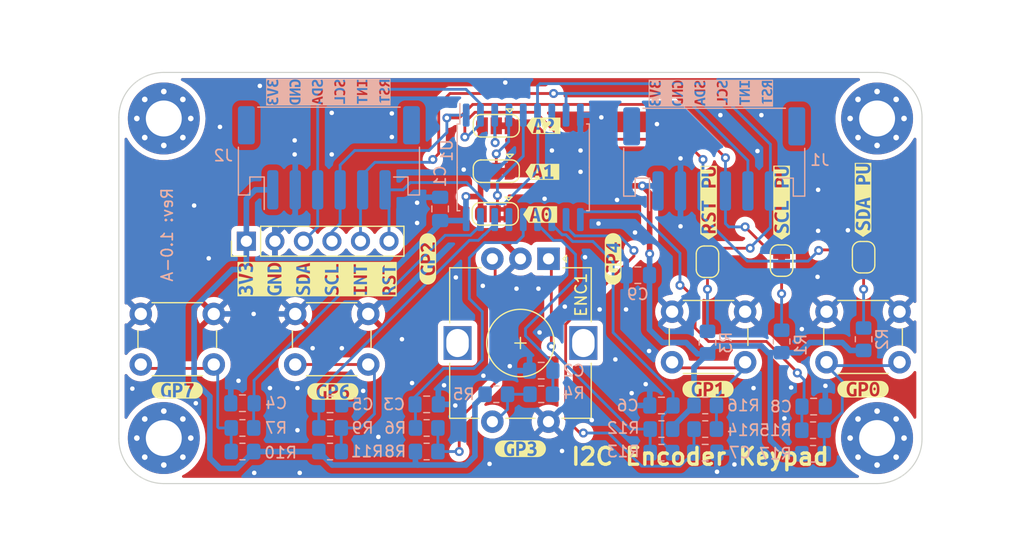
<source format=kicad_pcb>
(kicad_pcb (version 20211014) (generator pcbnew)
  (title_block (title "I2C Encoder Keypad") (date "2022-12-29") (rev "${SCHREV}-${PCBREV}"))
  (layers (0 "F.Cu" signal) (31 "B.Cu" signal) (34 "B.Paste" user) (35 "F.Paste" user) (36 "B.SilkS" user "B.Silkscreen") (37 "F.SilkS" user "F.Silkscreen") (38 "B.Mask" user) (39 "F.Mask" user) (44 "Edge.Cuts" user))
  (property "PCBREV" "A")
  (property "SCHREV" "1.0")
  (net 0 "")
  (net 1 "+3V3")
  (net 2 "GND")
  (net 3 "/encS")
  (net 4 "/encB")
  (net 5 "/sw0")
  (net 6 "/sw1")
  (net 7 "/encA")
  (net 8 "/sw2")
  (net 9 "/sw3")
  (net 10 "Net-(ENC1-PadA)")
  (net 11 "Net-(ENC1-PadB)")
  (net 12 "Net-(ENC1-PadS2)")
  (net 13 "Net-(JP1-Pad2)")
  (net 14 "Net-(JP2-Pad2)")
  (net 15 "Net-(JP3-Pad2)")
  (net 16 "Net-(JP4-Pad2)")
  (net 17 "Net-(JP5-Pad2)")
  (net 18 "Net-(JP6-Pad2)")
  (net 19 "Net-(J1-Pad3)")
  (net 20 "Net-(J1-Pad4)")
  (net 21 "Net-(J1-Pad5)")
  (net 22 "Net-(J1-Pad6)")
  (net 24 "/sw4")
  (net 25 "Net-(R10-Pad2)")
  (net 26 "Net-(R11-Pad2)")
  (net 27 "Net-(R14-Pad2)")
  (net 28 "Net-(R15-Pad2)")
  (footprint "Jumper:SolderJumper-2_P1.3mm_Bridged_RoundedPad1.0x1.5mm" (layer "F.Cu") (at 126.85 59.5 -90)
    (fp_text reference "JP2")
    (fp_text value "SCL PU")
  )
  (footprint "kibuzzard-63ABB036" (layer "F.Cu") (at 120.3 70.95)
    (fp_text reference "kibuzzard-63ABB036" hide)
    (fp_text value "G***" hide)
  )
  (footprint "kibuzzard-63ABB252" (layer "F.Cu") (at 134.1 54.1 90)
    (fp_text reference "kibuzzard-63ABB252" hide)
    (fp_text value "G***" hide)
  )
  (footprint "Rotary_Encoder:RotaryEncoder_Alps_EC12E-Switch_Vertical_H20mm" (layer "F.Cu") (at 106.1 59.34 -90)
    (fp_text reference "ENC1")
    (fp_text value "Bourns PEC11R")
  )
  (footprint "Connector_PinHeader_2.54mm:PinHeader_1x06_P2.54mm_Vertical" (layer "F.Cu") (at 79.2 57.775 90)
    (fp_text reference "J3")
    (fp_text value "PH 1x6-2.54mm")
  )
  (footprint "kibuzzard-63ABAB39" (layer "F.Cu") (at 105.65 47.5)
    (fp_text reference "kibuzzard-63ABAB39" hide)
    (fp_text value "G***" hide)
  )
  (footprint "kibuzzard-63ABB15D" (layer "F.Cu") (at 111.85 59.35 90)
    (fp_text reference "kibuzzard-63ABB15D" hide)
    (fp_text value "G***" hide)
  )
  (footprint "kibuzzard-63ABB1F4" (layer "F.Cu") (at 120.35 54.35 90)
    (fp_text reference "kibuzzard-63ABB1F4" hide)
    (fp_text value "G***" hide)
  )
  (footprint "Jumper:SolderJumper-3_P1.3mm_Bridged12_RoundedPad1.0x1.5mm" (layer "F.Cu") (at 101.45 51.5425 180)
    (fp_text reference "JP3")
    (fp_text value "A1")
  )
  (footprint "MountingHole:MountingHole_3.2mm_M3_Pad_Via" (layer "F.Cu") (at 71.85 46.85)
    (fp_text reference "H3" hide)
    (fp_text value "MountingHole")
  )
  (footprint "MountingHole:MountingHole_3.2mm_M3_Pad_Via" (layer "F.Cu") (at 135.35 46.85)
    (fp_text reference "H2" hide)
    (fp_text value "MountingHole")
  )
  (footprint "kibuzzard-63ABB22D" (layer "F.Cu") (at 126.85 54.35 90)
    (fp_text reference "kibuzzard-63ABB22D" hide)
    (fp_text value "G***" hide)
  )
  (footprint "kibuzzard-63ABB131" (layer "F.Cu") (at 95.35 59.35 90)
    (fp_text reference "kibuzzard-63ABB131" hide)
    (fp_text value "G***" hide)
  )
  (footprint "kibuzzard-63ABB13E" (layer "F.Cu") (at 103.6 76.25)
    (fp_text reference "kibuzzard-63ABB13E" hide)
    (fp_text value "G***" hide)
  )
  (footprint "kibuzzard-63ABAB66" (layer "F.Cu") (at 105.35 55.4)
    (fp_text reference "kibuzzard-63ABAB66" hide)
    (fp_text value "G***" hide)
  )
  (footprint "kibuzzard-63ABB06A" (layer "F.Cu") (at 134.1 70.95)
    (fp_text reference "kibuzzard-63ABB06A" hide)
    (fp_text value "G***" hide)
  )
  (footprint "Button_Switch_THT:SW_PUSH_6mm_H9.5mm" (layer "F.Cu") (at 90.05 68.75 180)
    (fp_text reference "SW1")
    (fp_text value "SW_SPST")
  )
  (footprint "kibuzzard-63ABAFD8" (layer "F.Cu") (at 73.05 71.05)
    (fp_text reference "kibuzzard-63ABAFD8" hide)
    (fp_text value "G***" hide)
  )
  (footprint "kibuzzard-63ABAB54" (layer "F.Cu") (at 105.55 51.6)
    (fp_text reference "kibuzzard-63ABAB54" hide)
    (fp_text value "G***" hide)
  )
  (footprint "MountingHole:MountingHole_3.2mm_M3_Pad_Via" (layer "F.Cu") (at 71.85 75.3)
    (fp_text reference "H1" hide)
    (fp_text value "MountingHole")
  )
  (footprint "Button_Switch_THT:SW_PUSH_6mm_H9.5mm" (layer "F.Cu") (at 76.3 68.75 180)
    (fp_text reference "SW0")
    (fp_text value "SW_SPST")
  )
  (footprint "MountingHole:MountingHole_3.2mm_M3_Pad_Via" (layer "F.Cu") (at 135.35 75.3)
    (fp_text reference "H4" hide)
    (fp_text value "MountingHole")
  )
  (footprint "kibuzzard-63ABB001" (layer "F.Cu") (at 86.9 71.15)
    (fp_text reference "kibuzzard-63ABB001" hide)
    (fp_text value "G***" hide)
  )
  (footprint "Button_Switch_THT:SW_PUSH_6mm_H9.5mm" (layer "F.Cu") (at 137.35 68.55 180)
    (fp_text reference "SW3")
    (fp_text value "SW_SPST")
  )
  (footprint "kibuzzard-63ADADA8" (layer "F.Cu") (at 85.5 61.15 90)
    (fp_text reference "kibuzzard-63ADADA8" hide)
    (fp_text value "G***" hide)
  )
  (footprint "Jumper:SolderJumper-2_P1.3mm_Bridged_RoundedPad1.0x1.5mm" (layer "F.Cu") (at 120.25 59.6 -90)
    (fp_text reference "JP6")
    (fp_text value "RST PU")
  )
  (footprint "Button_Switch_THT:SW_PUSH_6mm_H9.5mm" (layer "F.Cu") (at 123.6 68.55 180)
    (fp_text reference "SW2")
    (fp_text value "SW_SPST")
  )
  (footprint "Jumper:SolderJumper-3_P1.3mm_Bridged2Bar12_RoundedPad1.0x1.5mm" (layer "F.Cu") (at 101.35 55.3425 180)
    (fp_text reference "JP5")
    (fp_text value "A0")
  )
  (footprint "Jumper:SolderJumper-3_P1.3mm_Bridged12_RoundedPad1.0x1.5mm" (layer "F.Cu") (at 101.45 47.5 180)
    (fp_text reference "JP1")
    (fp_text value "A2")
  )
  (footprint "Jumper:SolderJumper-2_P1.3mm_Bridged_RoundedPad1.0x1.5mm" (layer "F.Cu") (at 134.15 59.2 -90)
    (fp_text reference "JP4")
    (fp_text value "SDA PU")
  )
  (footprint "Resistor_SMD:R_0805_2012Metric_Pad1.20x1.40mm_HandSolder" (layer "B.Cu") (at 120.05 74.5)
    (fp_text reference "R14")
    (fp_text value "10k")
  )
  (footprint "Capacitor_SMD:C_0805_2012Metric_Pad1.18x1.45mm_HandSolder" (layer "B.Cu") (at 129.7 72.5)
    (fp_text reference "C8")
    (fp_text value "10n")
  )
  (footprint "Resistor_SMD:R_0805_2012Metric_Pad1.20x1.40mm_HandSolder" (layer "B.Cu") (at 105.45 71.4 180)
    (fp_text reference "R4")
    (fp_text value "10k")
  )
  (footprint "Capacitor_SMD:C_0805_2012Metric_Pad1.18x1.45mm_HandSolder" (layer "B.Cu") (at 95.25 72.3)
    (fp_text reference "C3")
    (fp_text value "10n")
  )
  (footprint "Resistor_SMD:R_0805_2012Metric_Pad1.20x1.40mm_HandSolder" (layer "B.Cu") (at 78.85 74.4 180)
    (fp_text reference "R7")
    (fp_text value "10k")
  )
  (footprint "Capacitor_SMD:C_0805_2012Metric_Pad1.18x1.45mm_HandSolder" (layer "B.Cu") (at 120.05 76.6)
    (fp_text reference "C7")
    (fp_text value "10n")
  )
  (footprint "Capacitor_SMD:C_0805_2012Metric_Pad1.18x1.45mm_HandSolder" (layer "B.Cu") (at 105.45 69.3 180)
    (fp_text reference "C2")
    (fp_text value "10n")
  )
  (footprint "Resistor_SMD:R_0805_2012Metric_Pad1.20x1.40mm_HandSolder" (layer "B.Cu") (at 120.25 66.8 90)
    (fp_text reference "R3")
    (fp_text value "10k")
  )
  (footprint "Resistor_SMD:R_0805_2012Metric_Pad1.20x1.40mm_HandSolder" (layer "B.Cu") (at 95.25 76.5)
    (fp_text reference "R8")
    (fp_text value "10k")
  )
  (footprint "Resistor_SMD:R_0805_2012Metric_Pad1.20x1.40mm_HandSolder" (layer "B.Cu") (at 78.85 76.5 180)
    (fp_text reference "R10")
    (fp_text value "10k")
  )
  (footprint "kibuzzard-63ADBF96" (layer "B.Cu") (at 120.55 44.6 -90)
    (fp_text reference "kibuzzard-63ADBF96" hide)
    (fp_text value "G***" hide)
  )
  (footprint "Capacitor_SMD:C_0805_2012Metric_Pad1.18x1.45mm_HandSolder" (layer "B.Cu") (at 96.45 54.9 90)
    (fp_text reference "C1")
    (fp_text value "100n")
  )
  (footprint "Package_SO:SOIC-18W_7.5x11.6mm_P1.27mm" (layer "B.Cu") (at 103.85 51.2 -90)
    (fp_text reference "U1")
    (fp_text value "MCP23008-xSO")
  )
  (footprint "Resistor_SMD:R_0805_2012Metric_Pad1.20x1.40mm_HandSolder" (layer "B.Cu") (at 129.65 76.7)
    (fp_text reference "R17")
    (fp_text value "10k")
  )
  (footprint "Resistor_SMD:R_0805_2012Metric_Pad1.20x1.40mm_HandSolder" (layer "B.Cu") (at 95.25 74.4)
    (fp_text reference "R6")
    (fp_text value "10k")
  )
  (footprint "Connector_JST:JST_PH_S6B-PH-SM4-TB_1x06-1MP_P2.00mm_Horizontal" (layer "B.Cu") (at 120.85 50.45)
    (fp_text reference "J1")
    (fp_text value "JST-S6B-PH-SM4")
  )
  (footprint "Resistor_SMD:R_0805_2012Metric_Pad1.20x1.40mm_HandSolder" (layer "B.Cu") (at 120.05 72.4)
    (fp_text reference "R16")
    (fp_text value "10k")
  )
  (footprint "Resistor_SMD:R_0805_2012Metric_Pad1.20x1.40mm_HandSolder" (layer "B.Cu") (at 116.15 74.5 180)
    (fp_text reference "R12")
    (fp_text value "10k")
  )
  (footprint "Capacitor_SMD:C_0805_2012Metric_Pad1.18x1.45mm_HandSolder" (layer "B.Cu") (at 114.05 60.8 180)
    (fp_text reference "C9")
    (fp_text value "1u")
  )
  (footprint "Resistor_SMD:R_0805_2012Metric_Pad1.20x1.40mm_HandSolder" (layer "B.Cu") (at 101.45 71.4)
    (fp_text reference "R5")
    (fp_text value "10k")
  )
  (footprint "Resistor_SMD:R_0805_2012Metric_Pad1.20x1.40mm_HandSolder" (layer "B.Cu") (at 129.65 74.6)
    (fp_text reference "R15")
    (fp_text value "10k")
  )
  (footprint "kibuzzard-63ADBF96" (layer "B.Cu") (at 86.5 44.5 -90)
    (fp_text reference "kibuzzard-63ADBF96" hide)
    (fp_text value "G***" hide)
  )
  (footprint "Resistor_SMD:R_0805_2012Metric_Pad1.20x1.40mm_HandSolder" (layer "B.Cu") (at 86.65 76.5)
    (fp_text reference "R11")
    (fp_text value "10k")
  )
  (footprint "Resistor_SMD:R_0805_2012Metric_Pad1.20x1.40mm_HandSolder" (layer "B.Cu") (at 134.15 66.5 90)
    (fp_text reference "R2")
    (fp_text value "10k")
  )
  (footprint "Resistor_SMD:R_0805_2012Metric_Pad1.20x1.40mm_HandSolder" (layer "B.Cu") (at 126.85 66.7 90)
    (fp_text reference "R1")
    (fp_text value "10k")
  )
  (footprint "Capacitor_SMD:C_0805_2012Metric_Pad1.18x1.45mm_HandSolder" (layer "B.Cu") (at 78.85 72.2 180)
    (fp_text reference "C4")
    (fp_text value "10n")
  )
  (footprint "Capacitor_SMD:C_0805_2012Metric_Pad1.18x1.45mm_HandSolder" (layer "B.Cu") (at 86.65 72.3)
    (fp_text reference "C5")
    (fp_text value "10n")
  )
  (footprint "Connector_JST:JST_PH_S6B-PH-SM4-TB_1x06-1MP_P2.00mm_Horizontal" (layer "B.Cu") (at 86.55 50.35)
    (fp_text reference "J2")
    (fp_text value "JST-S6B-PH-SM4")
  )
  (footprint "Resistor_SMD:R_0805_2012Metric_Pad1.20x1.40mm_HandSolder" (layer "B.Cu") (at 116.15 76.6 180)
    (fp_text reference "R13")
    (fp_text value "10k")
  )
  (footprint "Capacitor_SMD:C_0805_2012Metric_Pad1.18x1.45mm_HandSolder" (layer "B.Cu") (at 116.15 72.4 180)
    (fp_text reference "C6")
    (fp_text value "10n")
  )
  (footprint "Resistor_SMD:R_0805_2012Metric_Pad1.20x1.40mm_HandSolder" (layer "B.Cu") (at 86.65 74.4)
    (fp_text reference "R9")
    (fp_text value "10k")
  )
  (gr_arc (start 67.85 46.75) (mid 69.021573 43.921573) (end 71.85 42.75) (layer "Edge.Cuts") (width 0.1))
  (gr_line (start 135.35 42.75) (end 71.85 42.75) (layer "Edge.Cuts") (width 0.1))
  (gr_arc (start 71.85 79.35) (mid 69.021573 78.178427) (end 67.85 75.35) (layer "Edge.Cuts") (width 0.1))
  (gr_line (start 67.85 46.75) (end 67.85 75.35) (layer "Edge.Cuts") (width 0.1))
  (gr_arc (start 135.35 42.75) (mid 138.178427 43.921573) (end 139.35 46.75) (layer "Edge.Cuts") (width 0.1))
  (gr_line (start 139.35 46.75) (end 139.35 75.35) (layer "Edge.Cuts") (width 0.1))
  (gr_arc (start 139.35 75.35) (mid 138.178427 78.178427) (end 135.35 79.35) (layer "Edge.Cuts") (width 0.1))
  (gr_line (start 71.85 79.35) (end 135.35 79.35) (layer "Edge.Cuts") (width 0.1))
  (gr_text "Rev: ${SCHREV}-${PCBREV}" (at 72.15 57.2 90) (layer "B.SilkS") (effects (font (size 1 1)) (justify mirror)))
  (gr_text "I2C Encoder Keypad" (at 119.6 76.95) (layer "F.SilkS") (effects (font (size 1.5 1.5) (thickness 0.3))))
  (segment (start 114.45 52.85) (end 100.5 52.85) (width 0.5) (layer "F.Cu") (net 1))
  (segment (start 100.05 52.4) (end 100.05 53.8) (width 0.5) (layer "F.Cu") (net 1))
  (segment (start 100.05 53.8) (end 100.05 55.1425) (width 0.5) (layer "F.Cu") (net 1))
  (segment (start 100.05 55.1425) (end 100.25 55.3425) (width 0.5) (layer "F.Cu") (net 1))
  (segment (start 114.45 52.85) (end 115.1 53.5) (width 0.5) (layer "F.Cu") (net 1))
  (segment (start 115.1 53.5) (end 115.1 58.9) (width 0.5) (layer "F.Cu") (net 1))
  (segment (start 100.05 53.8) (end 98.75 53.8) (width 0.5) (layer "F.Cu") (net 1))
  (segment (start 100.5 52.85) (end 100.05 52.4) (width 0.5) (layer "F.Cu") (net 1))
  (segment (start 100.05 47.5) (end 100.05 52.4) (width 0.5) (layer "F.Cu") (net 1))
  (via (at 98.75 53.8) (size 0.8) (drill 0.4) (layers "F.Cu" "B.Cu") (net 1))
  (via (at 114.45 52.85) (size 0.8) (drill 0.4) (layers "F.Cu" "B.Cu") (net 1))
  (via (at 115.1 58.9) (size 0.8) (drill 0.4) (layers "F.Cu" "B.Cu") (net 1))
  (segment (start 86.85 77.7) (end 94.45 77.7) (width 0.5) (layer "B.Cu") (net 1))
  (segment (start 76.85 78) (end 75.95 77.1) (width 0.5) (layer "B.Cu") (net 1))
  (segment (start 75.95 71.6) (end 74.55 70.2) (width 0.5) (layer "B.Cu") (net 1))
  (segment (start 94.45 77.7) (end 98.75 77.7) (width 0.5) (layer "B.Cu") (net 1))
  (segment (start 99.55 72.3) (end 100.45 71.4) (width 0.5) (layer "B.Cu") (net 1))
  (segment (start 79.2 60.1) (end 79.2 57.775) (width 0.5) (layer "B.Cu") (net 1))
  (segment (start 78.35 78) (end 76.85 78) (width 0.5) (layer "B.Cu") (net 1))
  (segment (start 80 53.2) (end 81.165 53.2) (width 0.5) (layer "B.Cu") (net 1))
  (segment (start 98.75 77.7) (end 99.55 76.9) (width 0.5) (layer "B.Cu") (net 1))
  (segment (start 74.55 70.2) (end 74.55 63.7) (width 0.5) (layer "B.Cu") (net 1))
  (segment (start 77.95 60.3) (end 79 60.3) (width 0.5) (layer "B.Cu") (net 1))
  (segment (start 114.45 52.85) (end 115.4 52.85) (width 0.5) (layer "B.Cu") (net 1))
  (segment (start 93.5 59.15) (end 96.45 56.2) (width 0.5) (layer "B.Cu") (net 1))
  (segment (start 128.65 76.7) (end 127.05 76.7) (width 0.5) (layer "B.Cu") (net 1))
  (segment (start 98.75 53.8) (end 98.75 55.83) (width 0.5) (layer "B.Cu") (net 1))
  (segment (start 120.25 67.8) (end 119.35 67.8) (width 0.5) (layer "B.Cu") (net 1))
  (segment (start 115.0875 65.6375) (end 115.0875 60.8) (width 0.5) (layer "B.Cu") (net 1))
  (segment (start 126.85 67.7) (end 125.65 67.7) (width 0.5) (layer "B.Cu") (net 1))
  (segment (start 115.1 60.7875) (end 115.0875 60.8) (width 0.5) (layer "B.Cu") (net 1))
  (segment (start 128.45 67.7) (end 126.85 67.7) (width 0.5) (layer "B.Cu") (net 1))
  (segment (start 117.15 74.3) (end 119.05 72.4) (width 0.5) (layer "B.Cu") (net 1))
  (segment (start 115.4 52.85) (end 115.85 53.3) (width 0.5) (layer "B.Cu") (net 1))
  (segment (start 96.45 55.9375) (end 98.6825 55.9375) (width 0.5) (layer "B.Cu") (net 1))
  (segment (start 79 60.3) (end 79.2 60.1) (width 0.5) (layer "B.Cu") (net 1))
  (segment (start 98.6825 55.9375) (end 98.77 55.85) (width 0.5) (layer "B.Cu") (net 1))
  (segment (start 125.65 67.7) (end 125.05 67.1) (width 0.5) (layer "B.Cu") (net 1))
  (segment (start 118.35 66.8) (end 116.25 66.8) (width 0.5) (layer "B.Cu") (net 1))
  (segment (start 132.25 66.8) (end 129.35 66.8) (width 0.5) (layer "B.Cu") (net 1))
  (segment (start 134.15 67.5) (end 132.95 67.5) (width 0.5) (layer "B.Cu") (net 1))
  (segment (start 125.05 67.1) (end 120.95 67.1) (width 0.5) (layer "B.Cu") (net 1))
  (segment (start 119.35 67.8) (end 118.35 66.8) (width 0.5) (layer "B.Cu") (net 1))
  (segment (start 79.2 57.775) (end 79.2 54) (width 0.5) (layer "B.Cu") (net 1))
  (segment (start 75.95 77.1) (end 75.95 71.6) (width 0.5) (layer "B.Cu") (net 1))
  (segment (start 85.65 76.5) (end 79.85 76.5) (width 0.5) (layer "B.Cu") (net 1))
  (segment (start 125.85 75.5) (end 125.85 67.7) (width 0.5) (layer "B.Cu") (net 1))
  (segment (start 85.65 76.5) (end 86.85 77.7) (width 0.5) (layer "B.Cu") (net 1))
  (segment (start 92.35 60.3) (end 93.5 59.15) (width 0.5) (layer "B.Cu") (net 1))
  (segment (start 79.2 54) (end 80 53.2) (width 0.5) (layer "B.Cu") (net 1))
  (segment (start 79 60.3) (end 92.35 60.3) (width 0.5) (layer "B.Cu") (net 1))
  (segment (start 119.05 72.4) (end 119.05 69) (width 0.5) (layer "B.Cu") (net 1))
  (segment (start 120.95 67.1) (end 120.25 67.8) (width 0.5) (layer "B.Cu") (net 1))
  (segment (start 94.25 76.5) (end 94.25 77.5) (width 0.5) (layer "B.Cu") (net 1))
  (segment (start 116.25 66.8) (end 115.0875 65.6375) (width 0.5) (layer "B.Cu") (net 1))
  (segment (start 74.55 63.7) (end 77.95 60.3) (width 0.5) (layer "B.Cu") (net 1))
  (segment (start 99.55 76.9) (end 99.55 72.3) (width 0.5) (layer "B.Cu") (net 1))
  (segment (start 132.55 67.1) (end 132.25 66.8) (width 0.5) (layer "B.Cu") (net 1))
  (segment (start 119.05 69) (end 120.25 67.8) (width 0.5) (layer "B.Cu") (net 1))
  (segment (start 115.1 58.9) (end 115.1 60.7875) (width 0.5) (layer "B.Cu") (net 1))
  (segment (start 98.75 55.83) (end 98.77 55.85) (width 0.5) (layer "B.Cu") (net 1))
  (segment (start 129.35 66.8) (end 128.45 67.7) (width 0.5) (layer "B.Cu") (net 1))
  (segment (start 117.15 74.5) (end 117.15 74.3) (width 0.5) (layer "B.Cu") (net 1))
  (segment (start 79.85 76.5) (end 78.35 78) (width 0.5) (layer "B.Cu") (net 1))
  (segment (start 127.05 76.7) (end 125.85 75.5) (width 0.5) (layer "B.Cu") (net 1))
  (segment (start 96.45 56.2) (end 96.45 55.9375) (width 0.5) (layer "B.Cu") (net 1))
  (segment (start 132.95 67.5) (end 132.55 67.1) (width 0.5) (layer "B.Cu") (net 1))
  (segment (start 125.85 67.7) (end 126.85 67.7) (width 0.5) (layer "B.Cu") (net 1))
  (segment (start 94.25 77.5) (end 94.45 77.7) (width 0.5) (layer "B.Cu") (net 1))
  (via (at 92.15 48.5) (size 0.8) (drill 0.4) (layers "F.Cu" "B.Cu") (net 2))
  (via (at 76.85 47.6) (size 0.8) (drill 0.4) (layers "F.Cu" "B.Cu") (net 2))
  (via (at 93.95 70.4) (size 0.8) (drill 0.4) (layers "F.Cu" "B.Cu") (net 2))
  (via (at 117.85 50.4) (size 0.8) (drill 0.4) (layers "F.Cu" "B.Cu") (net 2))
  (via (at 121.4 46.55) (size 0.8) (drill 0.4) (layers "F.Cu" "B.Cu") (net 2))
  (via (at 124.7 49.75) (size 0.8) (drill 0.4) (layers "F.Cu" "B.Cu") (net 2))
  (via (at 102.25 43.65) (size 0.8) (drill 0.4) (layers "F.Cu" "B.Cu") (net 2))
  (via (at 79.85 64.25) (size 0.8) (drill 0.4) (layers "F.Cu" "B.Cu") (net 2))
  (via (at 74.55 54.6) (size 0.8) (drill 0.4) (layers "F.Cu" "B.Cu") (net 2))
  (via (at 122.65 77.65) (size 0.8) (drill 0.4) (layers "F.Cu" "B.Cu") (net 2))
  (via (at 130.75 70.65) (size 0.8) (drill 0.4) (layers "F.Cu" "B.Cu") (net 2))
  (via (at 117.85 56.45) (size 0.8) (drill 0.4) (layers "F.Cu" "B.Cu") (net 2))
  (via (at 90.95 75.2) (size 0.8) (drill 0.4) (layers "F.Cu" "B.Cu") (net 2))
  (via (at 100.3 69.75) (size 0.8) (drill 0.4) (layers "F.Cu" "B.Cu") (net 2))
  (via (at 106.4 49.7) (size 0.8) (drill 0.4) (layers "F.Cu" "B.Cu") (net 2))
  (via (at 83.75 74.6) (size 0.8) (drill 0.4) (layers "F.Cu" "B.Cu") (net 2))
  (via (at 78.5 70.2) (size 0.8) (drill 0.4) (layers "F.Cu" "B.Cu") (net 2))
  (via (at 94.4 54.35) (size 0.8) (drill 0.4) (layers "F.Cu" "B.Cu") (net 2))
  (via (at 98.55 51.4) (size 0.8) (drill 0.4) (layers "F.Cu" "B.Cu") (net 2))
  (via (at 102.65 68.9) (size 0.8) (drill 0.4) (layers "F.Cu" "B.Cu") (net 2))
  (via (at 79.9 78.4) (size 0.8) (drill 0.4) (layers "F.Cu" "B.Cu") (net 2))
  (via (at 125.05 46.55) (size 0.8) (drill 0.4) (layers "F.Cu" "B.Cu") (net 2))
  (via (at 108.95 49.7) (size 0.8) (drill 0.4) (layers "F.Cu" "B.Cu") (net 2))
  (via (at 128.65 65.6) (size 0.8) (drill 0.4) (layers "F.Cu" "B.Cu") (net 2))
  (via (at 110.65 63.85) (size 0.8) (drill 0.4) (layers "F.Cu" "B.Cu") (net 2))
  (via (at 112.05 68.3) (size 0.8) (drill 0.4) (layers "F.Cu" "B.Cu") (net 2))
  (via (at 103.25 62) (size 0.8) (drill 0.4) (layers "F.Cu" "B.Cu") (net 2))
  (via (at 110.8 46.75) (size 0.8) (drill 0.4) (layers "F.Cu" "B.Cu") (net 2))
  (via (at 113 63.85) (size 0.8) (drill 0.4) (layers "F.Cu" "B.Cu") (net 2))
  (via (at 83.5 48.8) (size 0.8) (drill 0.4) (layers "F.Cu" "B.Cu") (net 2))
  (via (at 87.7 67.3) (size 0.8) (drill 0.4) (layers "F.Cu" "B.Cu") (net 2))
  (via (at 130.1 53.2) (size 0.8) (drill 0.4) (layers "F.Cu" "B.Cu") (net 2))
  (via (at 121.1 78.3) (size 0.8) (drill 0.4) (layers "F.Cu" "B.Cu") (net 2))
  (via (at 83.75 70.85) (size 0.8) (drill 0.4) (layers "F.Cu" "B.Cu") (net 2))
  (via (at 105.3 65.9) (size 0.8) (drill 0.4) (layers "F.Cu" "B.Cu") (net 2))
  (via (at 105.2 62) (size 0.8) (drill 0.4) (layers "F.Cu" "B.Cu") (net 2))
  (via (at 92.15 46.4) (size 0.8) (drill 0.4) (layers "F.Cu" "B.Cu") (net 2))
  (via (at 127.7 70.8) (size 0.8) (drill 0.4) (layers "F.Cu" "B.Cu") (net 2))
  (via (at 86.8 46.35) (size 0.8) (drill 0.4) (layers "F.Cu" "B.Cu") (net 2))
  (via (at 80.4 43.95) (size 0.8) (drill 0.4) (layers "F.Cu" "B.Cu") (net 2))
  (via (at 112.2 54.1) (size 0.8) (drill 0.4) (layers "F.Cu" "B.Cu") (net 2))
  (via (at 83.5 50.05) (size 0.8) (drill 0.4) (layers "F.Cu" "B.Cu") (net 2))
  (via (at 115.05 67.55) (size 0.8) (drill 0.4) (layers "F.Cu" "B.Cu") (net 2))
  (via (at 75.85 59.3) (size 0.8) (drill 0.4) (layers "F.Cu" "B.Cu") (net 2))
  (via (at 97.8 72.4) (size 0.8) (drill 0.4) (layers "F.Cu" "B.Cu") (net 2))
  (via (at 85.1 67.3) (size 0.8) (drill 0.4) (layers "F.Cu" "B.Cu") (net 2))
  (via (at 130.05 60.95) (size 0.8) (drill 0.4) (layers "F.Cu" "B.Cu") (net 2))
  (via (at 110.55 56.2) (size 0.8) (drill 0.4) (layers "F.Cu" "B.Cu") (net 2))
  (via (at 109.35 59.2) (size 0.8) (drill 0.4) (layers "F.Cu" "B.Cu") (net 2))
  (via (at 113.5 71.3) (size 0.8) (drill 0.4) (layers "F.Cu" "B.Cu") (net 2))
  (via (at 93.05 66.5) (size 0.8) (drill 0.4) (layers "F.Cu" "B.Cu") (net 2))
  (via (at 96.8 70.6) (size 0.8) (drill 0.4) (layers "F.Cu" "B.Cu") (net 2))
  (via (at 108.95 51.6) (size 0.8) (drill 0.4) (layers "F.Cu" "B.Cu") (net 2))
  (via (at 107.55 63.6) (size 0.8) (drill 0.4) (layers "F.Cu" "B.Cu") (net 2))
  (via (at 130.1 56.85) (size 0.8) (drill 0.4) (layers "F.Cu" "B.Cu") (net 2))
  (via (at 107.3 76.45) (size 0.8) (drill 0.4) (layers "F.Cu" "B.Cu") (net 2))
  (via (at 109.95 73.7) (size 0.8) (drill 0.4) (layers "F.Cu" "B.Cu") (net 2))
  (via (at 83.95 78.4) (size 0.8) (drill 0.4) (layers "F.Cu" "B.Cu") (net 2))
  (via (at 100.85 77.6) (size 0.8) (drill 0.4) (layers "F.Cu" "B.Cu") (net 2))
  (via (at 132.75 56.8) (size 0.8) (drill 0.4) (layers "F.Cu" "B.Cu") (net 2))
  (via (at 100.25 61.75) (size 0.8) (drill 0.4) (layers "F.Cu" "B.Cu") (net 2))
  (via (at 124.35 70.85) (size 0.8) (drill 0.4) (layers "F.Cu" "B.Cu") (net 2))
  (via (at 127.1 73.55) (size 0.8) (drill 0.4) (layers "F.Cu" "B.Cu") (net 2))
  (via (at 69.05 70.9) (size 0.8) (drill 0.4) (layers "F.Cu" "B.Cu") (net 2))
  (via (at 86.8 50.05) (size 0.8) (drill 0.4) (layers "F.Cu" "B.Cu") (net 2))
  (via (at 81.3 70.85) (size 0.8) (drill 0.4) (layers "F.Cu" "B.Cu") (net 2))
  (via (at 115.75 47.35) (size 0.8) (drill 0.4) (layers "F.Cu" "B.Cu") (net 2))
  (via (at 94.4 56.15) (size 0.8) (drill 0.4) (layers "F.Cu" "B.Cu") (net 2))
  (via (at 113.8 57) (size 0.8) (drill 0.4) (layers "F.Cu" "B.Cu") (net 2))
  (via (at 114.75 70.5) (size 0.8) (drill 0.4) (layers "F.Cu" "B.Cu") (net 2))
  (via (at 97.85 61) (size 0.8) (drill 0.4) (layers "F.Cu" "B.Cu") (net 2))
  (via (at 89.6 71.1) (size 0.8) (drill 0.4) (layers "F.Cu" "B.Cu") (net 2))
  (via (at 74.7 72.2) (size 0.8) (drill 0.4) (layers "F.Cu" "B.Cu") (net 2))
  (via (at 105.75 54) (size 0.8) (drill 0.4) (layers "F.Cu" "B.Cu") (net 2))
  (segment (start 81.74 57.21) (end 81.74 57.775) (width 0.5) (layer "B.Cu") (net 2))
  (segment (start 83.55 55.4) (end 81.74 57.21) (width 0.5) (layer "B.Cu") (net 2))
  (segment (start 83.55 53.2) (end 83.55 55.4) (width 0.5) (layer "B.Cu") (net 2))
  (segment (start 76.3 64.25) (end 83.55 64.25) (width 0.5) (layer "B.Cu") (net 2))
  (segment (start 106.4875 68.6375) (end 106.4875 69.3) (width 0.25) (layer "B.Cu") (net 3))
  (segment (start 104.05 65.55) (end 104.05 66.2) (width 0.25) (layer "B.Cu") (net 3))
  (segment (start 105.12 56.276751) (end 106.543249 57.7) (width 0.25) (layer "B.Cu") (net 3))
  (segment (start 106.4875 69.3) (end 106.4875 71.3625) (width 0.25) (layer "B.Cu") (net 3))
  (segment (start 106.4875 71.3625) (end 106.45 71.4) (width 0.25) (layer "B.Cu") (net 3))
  (segment (start 108.5 58.95) (end 108.5 61.1) (width 0.25) (layer "B.Cu") (net 3))
  (segment (start 104.05 66.2) (end 106.4875 68.6375) (width 0.25) (layer "B.Cu") (net 3))
  (segment (start 106.543249 57.7) (end 107.25 57.7) (width 0.25) (layer "B.Cu") (net 3))
  (segment (start 107.25 57.7) (end 108.5 58.95) (width 0.25) (layer "B.Cu") (net 3))
  (segment (start 105.12 55.85) (end 105.12 56.276751) (width 0.25) (layer "B.Cu") (net 3))
  (segment (start 108.5 61.1) (end 104.05 65.55) (width 0.25) (layer "B.Cu") (net 3))
  (segment (start 99.45 69.1) (end 100.2 68.35) (width 0.25) (layer "B.Cu") (net 4))
  (segment (start 94.25 74.4) (end 94.25 72.3375) (width 0.25) (layer "B.Cu") (net 4))
  (segment (start 100.2 64.05) (end 99.05 62.9) (width 0.25) (layer "B.Cu") (net 4))
  (segment (start 100.4 57.9) (end 101.1 57.9) (width 0.25) (layer "B.Cu") (net 4))
  (segment (start 99.05 62.9) (end 99.05 59.25) (width 0.25) (layer "B.Cu") (net 4))
  (segment (start 96.75 69.1) (end 99.45 69.1) (width 0.25) (layer "B.Cu") (net 4))
  (segment (start 94.2125 71.6375) (end 96.75 69.1) (width 0.25) (layer "B.Cu") (net 4))
  (segment (start 99.05 59.25) (end 100.4 57.9) (width 0.25) (layer "B.Cu") (net 4))
  (segment (start 103.85 57.3) (end 103.25 57.9) (width 0.25) (layer "B.Cu") (net 4))
  (segment (start 100.2 68.35) (end 100.2 64.05) (width 0.25) (layer "B.Cu") (net 4))
  (segment (start 94.25 72.3375) (end 94.2125 72.3) (width 0.25) (layer "B.Cu") (net 4))
  (segment (start 103.85 55.85) (end 103.85 57.3) (width 0.25) (layer "B.Cu") (net 4))
  (segment (start 94.2125 72.3) (end 94.2125 71.6375) (width 0.25) (layer "B.Cu") (net 4))
  (segment (start 103.25 57.9) (end 100.916167 57.9) (width 0.25) (layer "B.Cu") (net 4))
  (segment (start 79.85 72.2375) (end 79.8875 72.2) (width 0.25) (layer "B.Cu") (net 5))
  (segment (start 99.15 57.25) (end 96.9 57.25) (width 0.25) (layer "B.Cu") (net 5))
  (segment (start 79.8875 70.1625) (end 79.8875 72.2) (width 0.25) (layer "B.Cu") (net 5))
  (segment (start 87.65 62.4) (end 79.8875 70.1625) (width 0.25) (layer "B.Cu") (net 5))
  (segment (start 100.04 55.85) (end 100.04 56.36) (width 0.25) (layer "B.Cu") (net 5))
  (segment (start 91.75 62.4) (end 87.65 62.4) (width 0.25) (layer "B.Cu") (net 5))
  (segment (start 100.04 56.36) (end 99.15 57.25) (width 0.25) (layer "B.Cu") (net 5))
  (segment (start 96.9 57.25) (end 91.75 62.4) (width 0.25) (layer "B.Cu") (net 5))
  (segment (start 79.85 74.4) (end 79.85 72.2375) (width 0.25) (layer "B.Cu") (net 5))
  (segment (start 99.85 57.7) (end 100.35 57.2) (width 0.25) (layer "B.Cu") (net 6))
  (segment (start 99.05 57.7) (end 99.85 57.7) (width 0.25) (layer "B.Cu") (net 6))
  (segment (start 100.35 57.2) (end 100.386751 57.2) (width 0.25) (layer "B.Cu") (net 6))
  (segment (start 85.6125 72.3) (end 85.6125 71.1375) (width 0.25) (layer "B.Cu") (net 6))
  (segment (start 101.31 56.276751) (end 101.31 55.85) (width 0.25) (layer "B.Cu") (net 6))
  (segment (start 85.6125 71.1375) (end 99.05 57.7) (width 0.25) (layer "B.Cu") (net 6))
  (segment (start 85.65 74.4) (end 85.65 72.3375) (width 0.25) (layer "B.Cu") (net 6))
  (segment (start 100.386751 57.2) (end 101.31 56.276751) (width 0.25) (layer "B.Cu") (net 6))
  (segment (start 85.65 72.3375) (end 85.6125 72.3) (width 0.25) (layer "B.Cu") (net 6))
  (segment (start 108.25 57.8) (end 107.65 57.2) (width 0.25) (layer "B.Cu") (net 7))
  (segment (start 116.225 73.3625) (end 116.225 75.675) (width 0.25) (layer "B.Cu") (net 7))
  (segment (start 107.313249 57.2) (end 106.39 56.276751) (width 0.25) (layer "B.Cu") (net 7))
  (segment (start 110.05 57.8) (end 108.25 57.8) (width 0.25) (layer "B.Cu") (net 7))
  (segment (start 107.65 57.2) (end 107.313249 57.2) (width 0.25) (layer "B.Cu") (net 7))
  (segment (start 117.1875 71.2375) (end 111.85 65.9) (width 0.25) (layer "B.Cu") (net 7))
  (segment (start 111.85 65.9) (end 111.85 59.6) (width 0.25) (layer "B.Cu") (net 7))
  (segment (start 117.1875 72.4) (end 117.1875 71.2375) (width 0.25) (layer "B.Cu") (net 7))
  (segment (start 111.85 59.6) (end 110.05 57.8) (width 0.25) (layer "B.Cu") (net 7))
  (segment (start 117.1875 72.4) (end 116.225 73.3625) (width 0.25) (layer "B.Cu") (net 7))
  (segment (start 106.39 56.276751) (end 106.39 55.85) (width 0.25) (layer "B.Cu") (net 7))
  (segment (start 116.225 75.675) (end 117.15 76.6) (width 0.25) (layer "B.Cu") (net 7))
  (segment (start 113.7 59.1) (end 113.7 58.6) (width 0.25) (layer "F.Cu") (net 8))
  (segment (start 107.625 73.575) (end 107.625 65.175) (width 0.25) (layer "F.Cu") (net 8))
  (segment (start 109.2 74.85) (end 108.9 74.85) (width 0.25) (layer "F.Cu") (net 8))
  (segment (start 108.9 74.85) (end 107.625 73.575) (width 0.25) (layer "F.Cu") (net 8))
  (segment (start 107.625 65.175) (end 113.7 59.1) (width 0.25) (layer "F.Cu") (net 8))
  (via (at 109.2 74.85) (size 0.8) (drill 0.4) (layers "F.Cu" "B.Cu") (net 8))
  (via (at 113.7 58.6) (size 0.8) (drill 0.4) (layers "F.Cu" "B.Cu") (net 8))
  (segment (start 114.4 77.8) (end 117.8125 77.8) (width 0.25) (layer "B.Cu") (net 8))
  (segment (start 119.05 76.5625) (end 119.0125 76.6) (width 0.25) (layer "B.Cu") (net 8))
  (segment (start 111.45 74.85) (end 114.4 77.8) (width 0.25) (layer "B.Cu") (net 8))
  (segment (start 112.4 57.3) (end 108.45 57.3) (width 0.25) (layer "B.Cu") (net 8))
  (segment (start 117.8125 77.8) (end 119.0125 76.6) (width 0.25) (layer "B.Cu") (net 8))
  (segment (start 107.66 56.51) (end 107.66 55.85) (width 0.25) (layer "B.Cu") (net 8))
  (segment (start 119.05 74.5) (end 119.05 76.5625) (width 0.25) (layer "B.Cu") (net 8))
  (segment (start 108.45 57.3) (end 107.66 56.51) (width 0.25) (layer "B.Cu") (net 8))
  (segment (start 109.2 74.85) (end 111.45 74.85) (width 0.25) (layer "B.Cu") (net 8))
  (segment (start 113.7 58.6) (end 112.4 57.3) (width 0.25) (layer "B.Cu") (net 8))
  (segment (start 120.35 66.7) (end 125.5 66.7) (width 0.25) (layer "F.Cu") (net 9))
  (segment (start 119.15 65.5) (end 120.35 66.7) (width 0.25) (layer "F.Cu") (net 9))
  (segment (start 117.95 61.7) (end 119.15 62.9) (width 0.25) (layer "F.Cu") (net 9))
  (segment (start 117.8 61.7) (end 117.95 61.7) (width 0.25) (layer "F.Cu") (net 9))
  (segment (start 128.25 69.45) (end 128.25 69.5) (width 0.25) (layer "F.Cu") (net 9))
  (segment (start 119.15 62.9) (end 119.15 65.5) (width 0.25) (layer "F.Cu") (net 9))
  (segment (start 125.5 66.7) (end 128.25 69.45) (width 0.25) (layer "F.Cu") (net 9))
  (via (at 117.8 61.7) (size 0.8) (drill 0.4) (layers "F.Cu" "B.Cu") (net 9))
  (via (at 128.25 69.5) (size 0.8) (drill 0.4) (layers "F.Cu" "B.Cu") (net 9))
  (segment (start 128.65 72.5125) (end 128.6625 72.5) (width 0.25) (layer "B.Cu") (net 9))
  (segment (start 109 55.15) (end 108.93 55.22) (width 0.25) (layer "B.Cu") (net 9))
  (segment (start 128.65 74.6) (end 128.65 72.5125) (width 0.25) (layer "B.Cu") (net 9))
  (segment (start 117.8 61.7) (end 117.8 58.85) (width 0.25) (layer "B.Cu") (net 9))
  (segment (start 117.8 58.85) (end 114.1 55.15) (width 0.25) (layer "B.Cu") (net 9))
  (segment (start 114.1 55.15) (end 109 55.15) (width 0.25) (layer "B.Cu") (net 9))
  (segment (start 128.6625 72.5) (end 128.85 72.3125) (width 0.25) (layer "B.Cu") (net 9))
  (segment (start 128.85 72.3125) (end 128.85 70.1) (width 0.25) (layer "B.Cu") (net 9))
  (segment (start 108.93 55.22) (end 108.93 55.85) (width 0.25) (layer "B.Cu") (net 9))
  (segment (start 128.85 70.1) (end 128.25 69.5) (width 0.25) (layer "B.Cu") (net 9))
  (segment (start 106.35 59.34) (end 106.35 67.14) (width 0.25) (layer "F.Cu") (net 10))
  (via (at 106.35 67.14) (size 0.8) (drill 0.4) (layers "F.Cu" "B.Cu") (net 10))
  (segment (start 106.35 67.45) (end 106.35 67.14) (width 0.25) (layer "B.Cu") (net 10))
  (segment (start 115.15 74.5) (end 113.4 74.5) (width 0.25) (layer "B.Cu") (net 10))
  (segment (start 113.4 74.5) (end 106.35 67.45) (width 0.25) (layer "B.Cu") (net 10))
  (segment (start 115.15 76.6) (end 115.15 74.5) (width 0.25) (layer "B.Cu") (net 10))
  (segment (start 98.55 73.2) (end 98.15 73.6) (width 0.25) (layer "F.Cu") (net 11))
  (segment (start 98.15 73.6) (end 98.15 76.5) (width 0.25) (layer "F.Cu") (net 11))
  (segment (start 101.35 70.4) (end 98.55 73.2) (width 0.25) (layer "F.Cu") (net 11))
  (segment (start 101.35 59.34) (end 101.35 70.4) (width 0.25) (layer "F.Cu") (net 11))
  (via (at 98.15 76.5) (size 0.8) (drill 0.4) (layers "F.Cu" "B.Cu") (net 11))
  (segment (start 96.25 76.5) (end 96.25 74.4) (width 0.25) (layer "B.Cu") (net 11))
  (segment (start 98.15 76.5) (end 96.25 76.5) (width 0.25) (layer "B.Cu") (net 11))
  (segment (start 102.45 71.4) (end 102.45 72.74) (width 0.25) (layer "B.Cu") (net 12))
  (segment (start 104.45 71.4) (end 102.45 71.4) (width 0.25) (layer "B.Cu") (net 12))
  (segment (start 102.45 72.74) (end 101.35 73.84) (width 0.25) (layer "B.Cu") (net 12))
  (segment (start 101.35 49) (end 101.35 47.5) (width 0.25) (layer "F.Cu") (net 13))
  (via (at 101.35 49) (size 0.8) (drill 0.4) (layers "F.Cu" "B.Cu") (net 13))
  (segment (start 101.31 46.55) (end 101.31 48.96) (width 0.25) (layer "B.Cu") (net 13))
  (segment (start 101.31 48.96) (end 101.35 49) (width 0.25) (layer "B.Cu") (net 13))
  (segment (start 126.85 62.45) (end 126.85 60.15) (width 0.25) (layer "F.Cu") (net 14))
  (via (at 126.85 62.45) (size 0.8) (drill 0.4) (layers "F.Cu" "B.Cu") (net 14))
  (segment (start 126.85 65.7) (end 126.85 62.45) (width 0.25) (layer "B.Cu") (net 14))
  (segment (start 101.45 51.3425) (end 101.45 50) (width 0.25) (layer "F.Cu") (net 15))
  (via (at 101.45 50) (size 0.8) (drill 0.4) (layers "F.Cu" "B.Cu") (net 15))
  (segment (start 102.55 48.9) (end 102.55 46.58) (width 0.25) (layer "B.Cu") (net 15))
  (segment (start 102.55 46.58) (end 102.58 46.55) (width 0.25) (layer "B.Cu") (net 15))
  (segment (start 101.45 50) (end 102.55 48.9) (width 0.25) (layer "B.Cu") (net 15))
  (segment (start 134.15 62.05) (end 134.15 59.85) (width 0.25) (layer "F.Cu") (net 16))
  (via (at 134.15 62.05) (size 0.8) (drill 0.4) (layers "F.Cu" "B.Cu") (net 16))
  (segment (start 134.15 62.05) (end 134.15 65.5) (width 0.25) (layer "B.Cu") (net 16))
  (segment (start 101.55 55.3425) (end 101.55 53.7) (width 0.25) (layer "F.Cu") (net 17))
  (via (at 101.55 53.7) (size 0.8) (drill 0.4) (layers "F.Cu" "B.Cu") (net 17))
  (segment (start 101.55 52.5) (end 103.85 50.2) (width 0.25) (layer "B.Cu") (net 17))
  (segment (start 101.55 53.7) (end 101.55 52.5) (width 0.25) (layer "B.Cu") (net 17))
  (segment (start 103.85 50.2) (end 103.85 46.55) (width 0.25) (layer "B.Cu") (net 17))
  (segment (start 120.25 60.35) (end 120.35 60.25) (width 0.25) (layer "F.Cu") (net 18))
  (segment (start 120.25 62.05) (end 120.25 60.35) (width 0.25) (layer "F.Cu") (net 18))
  (via (at 120.25 62.05) (size 0.8) (drill 0.4) (layers "F.Cu" "B.Cu") (net 18))
  (segment (start 120.25 65.8) (end 120.25 62.05) (width 0.25) (layer "B.Cu") (net 18))
  (segment (start 98.65 47.2) (end 98.65 48.5) (width 0.25) (layer "F.Cu") (net 19))
  (segment (start 99.55 46.3) (end 98.65 47.2) (width 0.25) (layer "F.Cu") (net 19))
  (segment (start 104.95 46.3) (end 99.55 46.3) (width 0.25) (layer "F.Cu") (net 19))
  (segment (start 130.2 58.55) (end 130.15 58.6) (width 0.25) (layer "F.Cu") (net 19))
  (segment (start 119.85 50.5) (end 118.05 48.7) (width 0.25) (layer "F.Cu") (net 19))
  (segment (start 107.35 48.7) (end 104.95 46.3) (width 0.25) (layer "F.Cu") (net 19))
  (segment (start 118.05 48.7) (end 107.35 48.7) (width 0.25) (layer "F.Cu") (net 19))
  (segment (start 134.15 58.55) (end 130.2 58.55) (width 0.25) (layer "F.Cu") (net 19))
  (via (at 98.65 48.5) (size 0.8) (drill 0.4) (layers "F.Cu" "B.Cu") (net 19))
  (via (at 130.15 58.6) (size 0.8) (drill 0.4) (layers "F.Cu" "B.Cu") (net 19))
  (via (at 119.85 50.5) (size 0.8) (drill 0.4) (layers "F.Cu" "B.Cu") (net 19))
  (segment (start 85.55 56.505) (end 85.55 53.2) (width 0.25) (layer "B.Cu") (net 19))
  (segment (start 130.15 58.6) (end 129.2 59.55) (width 0.25) (layer "B.Cu") (net 19))
  (segment (start 84.28 57.775) (end 85.55 56.505) (width 0.25) (layer "B.Cu") (net 19))
  (segment (start 100.04 47.31) (end 100.04 46.55) (width 0.25) (layer "B.Cu") (net 19))
  (segment (start 86.95 44.25) (end 98.75 44.25) (width 0.25) (layer "B.Cu") (net 19))
  (segment (start 100.04 45.54) (end 100.04 46.55) (width 0.25) (layer "B.Cu") (net 19))
  (segment (start 123.8 59.55) (end 119.85 55.6) (width 0.25) (layer "B.Cu") (net 19))
  (segment (start 85.55 45.65) (end 86.95 44.25) (width 0.25) (layer "B.Cu") (net 19))
  (segment (start 119.85 50.5) (end 119.85 53.3) (width 0.25) (layer "B.Cu") (net 19))
  (segment (start 85.55 53.2) (end 85.55 45.65) (width 0.25) (layer "B.Cu") (net 19))
  (segment (start 129.2 59.55) (end 123.8 59.55) (width 0.25) (layer "B.Cu") (net 19))
  (segment (start 98.85 48.5) (end 100.04 47.31) (width 0.25) (layer "B.Cu") (net 19))
  (segment (start 119.85 55.6) (end 119.85 53.3) (width 0.25) (layer "B.Cu") (net 19))
  (segment (start 98.75 44.25) (end 100.04 45.54) (width 0.25) (layer "B.Cu") (net 19))
  (segment (start 99.35 45.6) (end 98.15 46.8) (width 0.25) (layer "F.Cu") (net 20))
  (segment (start 125.95 58.85) (end 126.85 58.85) (width 0.25) (layer "F.Cu") (net 20))
  (segment (start 98.15 46.8) (end 97.05 46.8) (width 0.25) (layer "F.Cu") (net 20))
  (segment (start 117.1 45.6) (end 99.35 45.6) (width 0.25) (layer "F.Cu") (net 20))
  (segment (start 121.85 50.35) (end 117.1 45.6) (width 0.25) (layer "F.Cu") (net 20))
  (segment (start 123.6 56.5) (end 125.95 58.85) (width 0.25) (layer "F.Cu") (net 20))
  (via (at 97.05 46.8) (size 0.8) (drill 0.4) (layers "F.Cu" "B.Cu") (net 20))
  (via (at 121.85 50.35) (size 0.8) (drill 0.4) (layers "F.Cu" "B.Cu") (net 20))
  (via (at 123.6 56.5) (size 0.8) (drill 0.4) (layers "F.Cu" "B.Cu") (net 20))
  (segment (start 122.15 56.5) (end 121.85 56.2) (width 0.25) (layer "B.Cu") (net 20))
  (segment (start 86.82 57.775) (end 86.82 56.93) (width 0.25) (layer "B.Cu") (net 20))
  (segment (start 86.82 56.93) (end 87.55 56.2) (width 0.25) (layer "B.Cu") (net 20))
  (segment (start 97.05 48.1) (end 95.45 49.7) (width 0.25) (layer "B.Cu") (net 20))
  (segment (start 87.55 56.2) (end 87.55 53.2) (width 0.25) (layer "B.Cu") (net 20))
  (segment (start 95.45 49.7) (end 88.85 49.7) (width 0.25) (layer "B.Cu") (net 20))
  (segment (start 121.85 53.3) (end 121.85 50.35) (width 0.25) (layer "B.Cu") (net 20))
  (segment (start 87.55 51) (end 87.55 53.2) (width 0.25) (layer "B.Cu") (net 20))
  (segment (start 97.3 46.55) (end 97.05 46.8) (width 0.25) (layer "B.Cu") (net 20))
  (segment (start 97.05 46.8) (end 97.05 48.1) (width 0.25) (layer "B.Cu") (net 20))
  (segment (start 88.85 49.7) (end 87.55 51) (width 0.25) (layer "B.Cu") (net 20))
  (segment (start 123.6 56.5) (end 122.15 56.5) (width 0.25) (layer "B.Cu") (net 20))
  (segment (start 98.77 46.55) (end 97.3 46.55) (width 0.25) (layer "B.Cu") (net 20))
  (segment (start 121.85 56.2) (end 121.85 53.3) (width 0.25) (layer "B.Cu") (net 20))
  (segment (start 96.325 49.975) (end 96.325 45.625) (width 0.25) (layer "F.Cu") (net 21))
  (segment (start 97.3255 44.6245) (end 106.55 44.6245) (width 0.25) (layer "F.Cu") (net 21))
  (segment (start 95.8 50.5) (end 96.325 49.975) (width 0.25) (layer "F.Cu") (net 21))
  (segment (start 96.325 45.625) (end 97.3255 44.6245) (width 0.25) (layer "F.Cu") (net 21))
  (via (at 95.8 50.5) (size 0.8) (drill 0.4) (layers "F.Cu" "B.Cu") (net 21))
  (via (at 106.55 44.6245) (size 0.8) (drill 0.4) (layers "F.Cu" "B.Cu") (net 21))
  (segment (start 123.85 50.6) (end 123.85 53.3) (width 0.25) (layer "B.Cu") (net 21))
  (segment (start 95.55 50.75) (end 90.65 50.75) (width 0.25) (layer "B.Cu") (net 21))
  (segment (start 95.8 50.5) (end 95.55 50.75) (width 0.25) (layer "B.Cu") (net 21))
  (segment (start 107.66 44.71) (end 107.5745 44.6245) (width 0.25) (layer "B.Cu") (net 21))
  (segment (start 89.55 51.85) (end 89.55 53.2) (width 0.25) (layer "B.Cu") (net 21))
  (segment (start 107.5745 44.6245) (end 106.55 44.6245) (width 0.25) (layer "B.Cu") (net 21))
  (segment (start 89.36 57.775) (end 89.36 53.39) (width 0.25) (layer "B.Cu") (net 21))
  (segment (start 107.66 46.55) (end 107.66 44.71) (width 0.25) (layer "B.Cu") (net 21))
  (segment (start 107.5745 44.6245) (end 117.8745 44.6245) (width 0.25) (layer "B.Cu") (net 21))
  (segment (start 90.65 50.75) (end 89.55 51.85) (width 0.25) (layer "B.Cu") (net 21))
  (segment (start 117.8745 44.6245) (end 123.85 50.6) (width 0.25) (layer "B.Cu") (net 21))
  (segment (start 89.36 53.39) (end 89.55 53.2) (width 0.25) (layer "B.Cu") (net 21))
  (segment (start 120.8 58.4) (end 120.25 58.95) (width 0.25) (layer "F.Cu") (net 22))
  (segment (start 124.05 58.4) (end 120.8 58.4) (width 0.25) (layer "F.Cu") (net 22))
  (via (at 124.05 58.4) (size 0.8) (drill 0.4) (layers "F.Cu" "B.Cu") (net 22))
  (segment (start 98.8 52.55) (end 100.675 54.425) (width 0.25) (layer "B.Cu") (net 22))
  (segment (start 105.15 46.58) (end 105.12 46.55) (width 0.25) (layer "B.Cu") (net 22))
  (segment (start 100.675 54.425) (end 102.175 54.425) (width 0.25) (layer "B.Cu") (net 22))
  (segment (start 105.12 46.55) (end 105.12 43.97) (width 0.25) (layer "B.Cu") (net 22))
  (segment (start 91.9 53.55) (end 91.55 53.2) (width 0.25) (layer "B.Cu") (net 22))
  (segment (start 105.15 51.45) (end 105.15 46.58) (width 0.25) (layer "B.Cu") (net 22))
  (segment (start 91.9 57.775) (end 91.9 53.55) (width 0.25) (layer "B.Cu") (net 22))
  (segment (start 102.175 54.425) (end 105.15 51.45) (width 0.25) (layer "B.Cu") (net 22))
  (segment (start 124.05 58.4) (end 124.05 58.35) (width 0.25) (layer "B.Cu") (net 22))
  (segment (start 93.15 53.2) (end 93.8 52.55) (width 0.25) (layer "B.Cu") (net 22))
  (segment (start 120.45 43.75) (end 125.85 49.15) (width 0.25) (layer "B.Cu") (net 22))
  (segment (start 91.55 53.2) (end 93.15 53.2) (width 0.25) (layer "B.Cu") (net 22))
  (segment (start 124.05 58.35) (end 125.85 56.55) (width 0.25) (layer "B.Cu") (net 22))
  (segment (start 125.85 56.55) (end 125.85 53.3) (width 0.25) (layer "B.Cu") (net 22))
  (segment (start 105.34 43.75) (end 120.45 43.75) (width 0.25) (layer "B.Cu") (net 22))
  (segment (start 105.12 43.97) (end 105.34 43.75) (width 0.25) (layer "B.Cu") (net 22))
  (segment (start 93.8 52.55) (end 98.8 52.55) (width 0.25) (layer "B.Cu") (net 22))
  (segment (start 125.85 49.15) (end 125.85 53.3) (width 0.25) (layer "B.Cu") (net 22))
  (segment (start 76.6 69.1) (end 70.1 69.1) (width 0.25) (layer "F.Cu") (net 25))
  (segment (start 77.85 74.4) (end 76.75 74.4) (width 0.25) (layer "B.Cu") (net 25))
  (segment (start 76.65 69.15) (end 76.6 69.1) (width 0.25) (layer "B.Cu") (net 25))
  (segment (start 77.85 76.5) (end 77.85 74.4) (width 0.25) (layer "B.Cu") (net 25))
  (segment (start 76.75 74.4) (end 76.65 74.3) (width 0.25) (layer "B.Cu") (net 25))
  (segment (start 76.65 74.3) (end 76.65 69.15) (width 0.25) (layer "B.Cu") (net 25))
  (segment (start 84.2 68.75) (end 83.85 69.1) (width 0.25) (layer "F.Cu") (net 26))
  (segment (start 90 68.75) (end 84.2 68.75) (width 0.25) (layer "F.Cu") (net 26))
  (segment (start 90.6 73.15) (end 90.6 69.35) (width 0.25) (layer "B.Cu") (net 26))
  (segment (start 89.35 74.4) (end 90.6 73.15) (width 0.25) (layer "B.Cu") (net 26))
  (segment (start 90.6 69.35) (end 90.35 69.1) (width 0.25) (layer "B.Cu") (net 26))
  (segment (start 87.65 74.4) (end 89.35 74.4) (width 0.25) (layer "B.Cu") (net 26))
  (segment (start 87.65 74.4) (end 87.65 76.5) (width 0.25) (layer "B.Cu") (net 26))
  (segment (start 123.6 69.05) (end 117.1 69.05) (width 0.25) (layer "F.Cu") (net 27))
  (segment (start 121.05 71.6) (end 123.6 69.05) (width 0.25) (layer "B.Cu") (net 27))
  (segment (start 121.05 74.5) (end 121.05 72.4) (width 0.25) (layer "B.Cu") (net 27))
  (segment (start 121.05 72.4) (end 121.05 71.6) (width 0.25) (layer "B.Cu") (net 27))
  (segment (start 130.65 74.6) (end 130.65 76.7) (width 0.25) (layer "B.Cu") (net 28))
  (segment (start 137.35 68.85) (end 130.85 68.85) (width 0.25) (layer "B.Cu") (net 28))
  (segment (start 132.25 73) (end 130.65 74.6) (width 0.25) (layer "B.Cu") (net 28))
  (segment (start 130.85 68.85) (end 132.25 70.25) (width 0.25) (layer "B.Cu") (net 28))
  (segment (start 132.25 70.25) (end 132.25 73) (width 0.25) (layer "B.Cu") (net 28))
  (zone (net 2) (net_name "GND") (layer "F.Cu") (connect_pads (clearance 0.508)) (min_thickness 0.254) (fill yes (thermal_gap 0.508) (thermal_bridge_width 0.508))
    (polygon (pts (xy 140 41.85) (xy 140.25 42.8) (xy 140.45 80.2) (xy 67.1 80.75) (xy 67.1 41.25)))
  )
  (zone (net 2) (net_name "GND") (layer "B.Cu") (connect_pads (clearance 0.508)) (min_thickness 0.254) (fill yes (thermal_gap 0.508) (thermal_bridge_width 0.508))
    (polygon (pts (xy 140 42.2) (xy 140.25 44.3) (xy 140.15 79.65) (xy 67.4 80.1) (xy 67.2 42.1)))
  )
)
</source>
